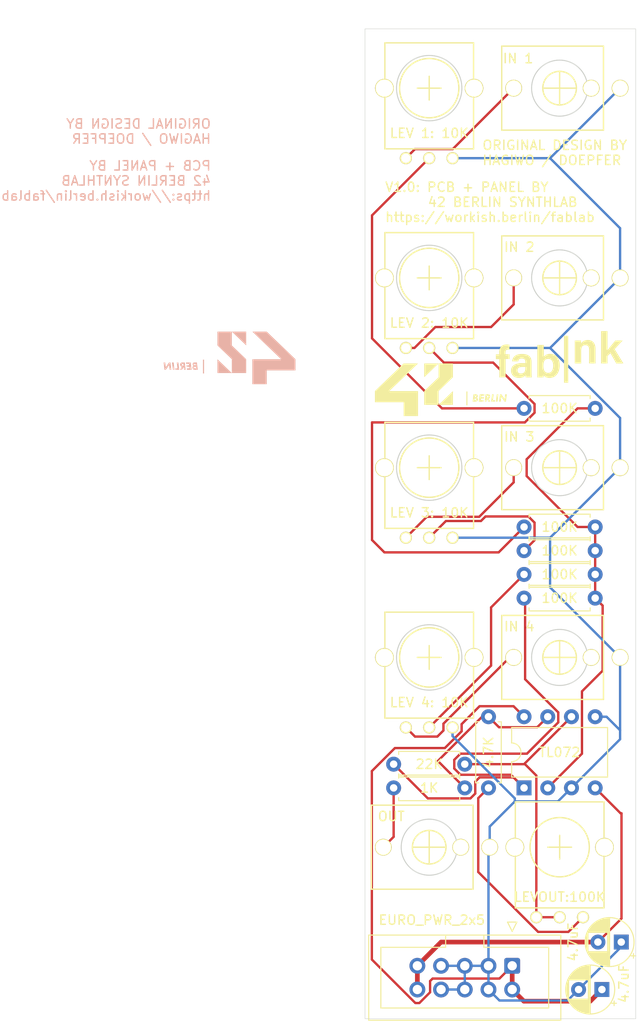
<source format=kicad_pcb>
(kicad_pcb (version 20240108) (generator "pcbnew") (generator_version "8.0")
  (layers (0 "F.Cu" signal) (31 "B.Cu" signal) (37 "F.SilkS" user "F.Silkscreen") (38 "B.Mask" user) (39 "F.Mask" user) (44 "Edge.Cuts" user))
  (net 0 "")
  (net 1 "GND")
  (net 2 "Net-(J1-PadT)")
  (net 4 "Net-(J2-PadT)")
  (net 6 "Net-(J3-PadT)")
  (net 8 "Net-(J4-PadT)")
  (net 10 "Net-(J5-PadT)")
  (net 12 "Net-(U2C-V+)")
  (net 13 "Net-(U2C-V-)")
  (net 14 "Net-(R1-Pad1)")
  (net 15 "Net-(U2A--)")
  (net 16 "Net-(R2-Pad1)")
  (net 17 "Net-(R3-Pad1)")
  (net 18 "Net-(R4-Pad1)")
  (net 19 "Net-(R5-Pad2)")
  (net 20 "Net-(U2B--)")
  (net 21 "Net-(R7-Pad1)")
  (net 22 "Net-(R7-Pad2)")
  (footprint "eurocad:PJ301M-12_T_S" (layer "F.Cu") (at 89.89 93.8 90)
    (property "Reference" "J3" (hide yes))
    (property "Value" "IN 3")
  )
  (footprint "Resistor_THT:R_Axial_DIN0207_L6.3mm_D2.5mm_P7.62mm_Horizontal" (layer "F.Cu") (at 93.7 107.77 180)
    (property "Reference" "R5" (hide yes))
    (property "Value" "100K")
  )
  (footprint "Resistor_THT:R_Axial_DIN0207_L6.3mm_D2.5mm_P7.62mm_Horizontal" (layer "F.Cu") (at 82.27 128.09 90)
    (property "Reference" "R7" (hide yes))
    (property "Value" "4.7K")
  )
  (footprint "eurocad:PJ301M-12_T_S" (layer "F.Cu") (at 75.92 134.44 90)
    (property "Reference" "J5" (hide yes))
    (property "Value" "OUT")
  )
  (footprint "eurocad:Alpha9mmPot" (layer "F.Cu") (at 75.92 114.12)
    (property "Reference" "RV4" (hide yes))
    (property "Value" "LEV 4: 10K")
  )
  (footprint "Resistor_THT:R_Axial_DIN0207_L6.3mm_D2.5mm_P7.62mm_Horizontal" (layer "F.Cu") (at 86.08 105.23)
    (property "Reference" "R4" (hide yes))
    (property "Value" "100K")
  )
  (footprint "Capacitor_THT:CP_Radial_D5.0mm_P2.50mm" (layer "F.Cu") (at 96.494 144.6 180)
    (property "Reference" "C2" (hide yes))
    (property "Value" "4.7uF")
  )
  (footprint "Package_DIP:DIP-8_W7.62mm" (layer "F.Cu") (at 86.08 128.09 90)
    (property "Reference" "U2" (hide yes))
    (property "Value" "TL072")
  )
  (footprint "Connector_IDC:IDC-Header_2x05_P2.54mm_Vertical" (layer "F.Cu") (at 84.81 147.14 -90)
    (property "Reference" "J6" (hide yes))
    (property "Value" "EURO_PWR_2x5")
  )
  (footprint "eurocad:Alpha9mmPot" (layer "F.Cu") (at 89.897034 134.44)
    (property "Reference" "RV5" (hide yes))
    (property "Value" "LEVOUT:100K")
  )
  (footprint "Resistor_THT:R_Axial_DIN0207_L6.3mm_D2.5mm_P7.62mm_Horizontal" (layer "F.Cu") (at 86.08 87.45)
    (property "Reference" "R1" (hide yes))
    (property "Value" "100K")
  )
  (footprint "eurocad:Alpha9mmPot" (layer "F.Cu") (at 75.92 53.16)
    (property "Reference" "RV1" (hide yes))
    (property "Value" "LEV 1: 10K")
  )
  (footprint "Capacitor_THT:CP_Radial_D5.0mm_P2.50mm" (layer "F.Cu") (at 94.422 149.68 180)
    (property "Reference" "C1" (hide yes))
    (property "Value" "4.7uF")
  )
  (footprint "Resistor_THT:R_Axial_DIN0207_L6.3mm_D2.5mm_P7.62mm_Horizontal" (layer "F.Cu") (at 86.08 102.69)
    (property "Reference" "R3" (hide yes))
    (property "Value" "100K")
  )
  (footprint "eurocad:PJ301M-12_T_S" (layer "F.Cu") (at 89.89 73.48 90)
    (property "Reference" "J2" (hide yes))
    (property "Value" "IN 2")
  )
  (footprint "Resistor_THT:R_Axial_DIN0207_L6.3mm_D2.5mm_P7.62mm_Horizontal" (layer "F.Cu") (at 72.11 125.55)
    (property "Reference" "R6" (hide yes))
    (property "Value" "22K")
  )
  (footprint "eurocad:Alpha9mmPot" (layer "F.Cu") (at 75.92 93.8)
    (property "Reference" "RV3" (hide yes))
    (property "Value" "LEV 3: 10K")
  )
  (footprint "Resistor_THT:R_Axial_DIN0207_L6.3mm_D2.5mm_P7.62mm_Horizontal" (layer "F.Cu") (at 79.73 128.09 180)
    (property "Reference" "R8" (hide yes))
    (property "Value" "1K")
  )
  (footprint "eurocad:PJ301M-12_T_S" (layer "F.Cu") (at 89.89 114.12 90)
    (property "Reference" "J4" (hide yes))
    (property "Value" "IN 4")
  )
  (footprint "eurocad:PJ301M-12_T_S" (layer "F.Cu") (at 89.89 53.16 90)
    (property "Reference" "J1" (hide yes))
    (property "Value" "IN 1")
  )
  (footprint "eurocad:Alpha9mmPot" (layer "F.Cu") (at 75.92 73.48)
    (property "Reference" "RV2" (hide yes))
    (property "Value" "LEV 2: 10K")
  )
  (footprint "Resistor_THT:R_Axial_DIN0207_L6.3mm_D2.5mm_P7.62mm_Horizontal" (layer "F.Cu") (at 86.08 100.15)
    (property "Reference" "R2" (hide yes))
    (property "Value" "100K")
  )
  (gr_poly (pts (xy 60.054224 82.18843) (xy 56.973784 82.18843) (xy 56.973784 84.865351) (xy 58.514 84.865351) (xy 58.514 83.386) (xy 61.593718 83.386) (xy 61.593718 82.18843) (xy 58.514 79.229726) (xy 56.973784 79.229726)) (fill solid) (layer "B.SilkS"))
  (gr_poly (pts (xy 50.773449 82.531579) (xy 50.7631 82.532091) (xy 50.752522 82.532901) (xy 50.741769 82.534065) (xy 50.730895 82.535636) (xy 50.719956 82.537669) (xy 50.709005 82.540218) (xy 50.698097 82.543338) (xy 50.687285 82.547082) (xy 50.676626 82.551504) (xy 50.666172 82.55666) (xy 50.65598 82.562604) (xy 50.646101 82.569389) (xy 50.641297 82.573114) (xy 50.636593 82.57707) (xy 50.631994 82.581263) (xy 50.627507 82.585701) (xy 50.622527 82.591087) (xy 50.617691 82.596895) (xy 50.613025 82.603123) (xy 50.608553 82.609767) (xy 50.604298 82.616824) (xy 50.600287 82.62429) (xy 50.596542 82.632163) (xy 50.593088 82.640439) (xy 50.589949 82.649116) (xy 50.58715 82.658189) (xy 50.584715 82.667656) (xy 50.582668 82.677513) (xy 50.581034 82.687758) (xy 50.579837 82.698386) (xy 50.5791 82.709395) (xy 50.578849 82.720782) (xy 50.578993 82.730186) (xy 50.579422 82.739339) (xy 50.580133 82.748246) (xy 50.581124 82.75691) (xy 50.582391 82.765336) (xy 50.583931 82.773528) (xy 50.585741 82.781491) (xy 50.587819 82.789228) (xy 50.590161 82.796743) (xy 50.592764 82.804042) (xy 50.595625 82.811128) (xy 50.598741 82.818005) (xy 50.602109 82.824677) (xy 50.605726 82.83115) (xy 50.609589 82.837426) (xy 50.613696 82.843511) (xy 50.618374 82.849966) (xy 50.623145 82.855992) (xy 50.627996 82.861606) (xy 50.632915 82.866822) (xy 50.637891 82.871654) (xy 50.642911 82.876119) (xy 50.647963 82.88023) (xy 50.653035 82.884002) (xy 50.658117 82.887451) (xy 50.663194 82.890592) (xy 50.668256 82.893439) (xy 50.67329 82.896007) (xy 50.678285 82.898311) (xy 50.683228 82.900366) (xy 50.688108 82.902187) (xy 50.692913 82.903789) (xy 50.685813 82.905668) (xy 50.678951 82.907755) (xy 50.672325 82.910035) (xy 50.665934 82.912495) (xy 50.659777 82.915121) (xy 50.653852 82.917899) (xy 50.64816 82.920815) (xy 50.642698 82.923855) (xy 50.637466 82.927007) (xy 50.632462 82.930255) (xy 50.627687 82.933586) (xy 50.623138 82.936986) (xy 50.618814 82.940441) (xy 50.614716 82.943938) (xy 50.61084 82.947462) (xy 50.607187 82.951001) (xy 50.600885 82.957709) (xy 50.595066 82.964501) (xy 50.589721 82.97139) (xy 50.584838 82.978392) (xy 50.580408 82.985522) (xy 50.576419 82.992795) (xy 50.572861 83.000224) (xy 50.569723 83.007826) (xy 50.566993 83.015616) (xy 50.564663 83.023607) (xy 50.562721 83.031816) (xy 50.561155 83.040256) (xy 50.559956 83.048944) (xy 50.559113 83.057893) (xy 50.558615 83.067118) (xy 50.558452 83.076636) (xy 50.55881 83.091956) (xy 50.559853 83.106605) (xy 50.561534 83.120589) (xy 50.563803 83.133918) (xy 50.566613 83.1466) (xy 50.569916 83.158644) (xy 50.573664 83.170058) (xy 50.577809 83.180851) (xy 50.582302 83.191031) (xy 50.587097 83.200607) (xy 50.592144 83.209587) (xy 50.597395 83.217979) (xy 50.602804 83.225793) (xy 50.608321 83.233037) (xy 50.613899 83.239719) (xy 50.61949 83.245847) (xy 50.62516 83.251555) (xy 50.63099 83.256973) (xy 50.636972 83.262106) (xy 50.643099 83.266963) (xy 50.655765 83.275878) (xy 50.668931 83.283773) (xy 50.682545 83.290706) (xy 50.696551 83.296735) (xy 50.710896 83.301918) (xy 50.725524 83.30631) (xy 50.740383 83.309971) (xy 50.755417 83.312958) (xy 50.770572 83.315327) (xy 50.785794 83.317137) (xy 50.801028 83.318444) (xy 50.816221 83.319307) (xy 50.831317 83.319782) (xy 50.846264 83.319928) (xy 51.12614 83.319928) (xy 51.10948 83.177585) (xy 50.93572 83.177585) (xy 50.872458 83.177585) (xy 50.859333 83.177378) (xy 50.844846 83.176608) (xy 50.837263 83.175944) (xy 50.829544 83.175056) (xy 50.821756 83.173917) (xy 50.813968 83.1725) (xy 50.806248 83.170776) (xy 50.798664 83.168718) (xy 50.791284 83.166299) (xy 50.784176 83.16349) (xy 50.777408 83.160265) (xy 50.771048 83.156595) (xy 50.768042 83.154585) (xy 50.765164 83.152453) (xy 50.762422 83.150196) (xy 50.759824 83.147811) (xy 50.757848 83.145885) (xy 50.755751 83.143641) (xy 50.753568 83.141067) (xy 50.751334 83.138152) (xy 50.749082 83.134884) (xy 50.746846 83.131251) (xy 50.744661 83.127241) (xy 50.743598 83.125092) (xy 50.742561 83.122844) (xy 50.741553 83.120496) (xy 50.74058 83.118046) (xy 50.739644 83.115493) (xy 50.738752 83.112837) (xy 50.737906 83.110074) (xy 50.737111 83.107204) (xy 50.736372 83.104225) (xy 50.735692 83.101136) (xy 50.735077 83.097935) (xy 50.734529 83.094621) (xy 50.734054 83.091192) (xy 50.733656 83.087647) (xy 50.733339 83.083985) (xy 50.733107 83.080204) (xy 50.732965 83.076302) (xy 50.732917 83.072278) (xy 50.732962 83.069057) (xy 50.733106 83.06567) (xy 50.733363 83.062141) (xy 50.733748 83.058492) (xy 50.734272 83.054745) (xy 50.734951 83.050922) (xy 50.735797 83.047046) (xy 50.736826 83.043139) (xy 50.738049 83.039224) (xy 50.739482 83.035322) (xy 50.741137 83.031457) (xy 50.743029 83.02765) (xy 50.745172 83.023923) (xy 50.747578 83.0203) (xy 50.750262 83.016803) (xy 50.753237 83.013453) (xy 50.755637 83.011074) (xy 50.758187 83.008834) (xy 50.760875 83.006732) (xy 50.763689 83.00476) (xy 50.766616 83.002917) (xy 50.769646 83.001197) (xy 50.775965 82.998111) (xy 50.782551 82.995466) (xy 50.78931 82.993231) (xy 50.796146 82.99137) (xy 50.802965 82.989849) (xy 50.809672 82.988635) (xy 50.816174 82.987693) (xy 50.822374 82.986989) (xy 50.828179 82.98649) (xy 50.838223 82.985968) (xy 50.845549 82.985855) (xy 50.913177 82.985855) (xy 50.93572 83.177585) (xy 51.10948 83.177585) (xy 51.071314 82.851504) (xy 50.897937 82.851504) (xy 50.862298 82.851504) (xy 50.850908 82.851297) (xy 50.844899 82.850997) (xy 50.838731 82.850528) (xy 50.832443 82.849863) (xy 50.826074 82.848975) (xy 50.819662 82.847836) (xy 50.813244 82.846418) (xy 50.80686 82.844694) (xy 50.800548 82.842636) (xy 50.794346 82.840216) (xy 50.788293 82.837407) (xy 50.782427 82.83418) (xy 50.776786 82.83051) (xy 50.771409 82.826366) (xy 50.768831 82.824109) (xy 50.766333 82.821723) (xy 50.763279 82.818459) (xy 50.760399 82.814943) (xy 50.757697 82.811194) (xy 50.755175 82.807234) (xy 50.752837 82.803083) (xy 50.750685 82.79876) (xy 50.748724 82.794286) (xy 50.746956 82.789681) (xy 50.745384 82.784966) (xy 50.744011 82.78016) (xy 50.742841 82.775283) (xy 50.741877 82.770357) (xy 50.741121 82.765401) (xy 50.740578 82.760435) (xy 50.740249 82.75548) (xy 50.740139 82.750555) (xy 50.740297 82.744732) (xy 50.740753 82.73924) (xy 50.741481 82.734069) (xy 50.742457 82.729209) (xy 50.743655 82.724652) (xy 50.745049 82.720388) (xy 50.746614 82.716406) (xy 50.748325 82.712698) (xy 50.750156 82.709254) (xy 50.752081 82.706064) (xy 50.754075 82.703119) (xy 50.756113 82.700409) (xy 50.758169 82.697925) (xy 50.760218 82.695657) (xy 50.762233 82.693595) (xy 50.764191 82.69173) (xy 50.766191 82.690078) (xy 50.768243 82.688525) (xy 50.770346 82.687069) (xy 50.772497 82.685705) (xy 50.776931 82.683244) (xy 50.781523 82.681118) (xy 50.786253 82.679303) (xy 50.791098 82.677775) (xy 50.796038 82.676508) (xy 50.80105 82.675478) (xy 50.806114 82.674662) (xy 50.811207 82.674033) (xy 50.816308 82.673569) (xy 50.821396 82.673244) (xy 50.831446 82.672913) (xy 50.841185 82.672847) (xy 50.877538 82.672847) (xy 50.897937 82.851504) (xy 51.071314 82.851504) (xy 51.033828 82.531234) (xy 50.793242 82.531234)) (fill solid) (layer "B.SilkS"))
  (gr_poly (pts (xy 53.234102 83.667813) (xy 54.774287 83.667813) (xy 53.234102 82.188461)) (fill solid) (layer "B.SilkS"))
  (gr_poly (pts (xy 49.469661 82.531671) (xy 49.456279 82.532325) (xy 49.442974 82.533366) (xy 49.429765 82.534867) (xy 49.416673 82.5369) (xy 49.403719 82.539537) (xy 49.390924 82.542851) (xy 49.378306 82.546913) (xy 49.365888 82.551797) (xy 49.353689 82.557575) (xy 49.341731 82.564319) (xy 49.330033 82.572101) (xy 49.318615 82.580994) (xy 49.307499 82.59107) (xy 49.296705 82.602402) (xy 49.291784 82.607978) (xy 49.286872 82.614093) (xy 49.282012 82.62076) (xy 49.277246 82.627989) (xy 49.272617 82.635793) (xy 49.268167 82.644184) (xy 49.263938 82.653172) (xy 49.259975 82.66277) (xy 49.256318 82.672988) (xy 49.25301 82.68384) (xy 49.250095 82.695337) (xy 49.247614 82.70749) (xy 49.245611 82.720311) (xy 49.244127 82.733811) (xy 49.243206 82.748003) (xy 49.242969 82.755362) (xy 49.242889 82.762898) (xy 49.243176 82.776736) (xy 49.244026 82.790193) (xy 49.245419 82.803266) (xy 49.247338 82.815948) (xy 49.249764 82.828234) (xy 49.25268 82.840119) (xy 49.256066 82.851598) (xy 49.259905 82.862666) (xy 49.264178 82.873316) (xy 49.268868 82.883544) (xy 49.273955 82.893344) (xy 49.279422 82.902711) (xy 49.285251 82.91164) (xy 49.291422 82.920126) (xy 49.297919 82.928162) (xy 49.304721 82.935745) (xy 49.310995 82.941881) (xy 49.317536 82.947755) (xy 49.324322 82.953364) (xy 49.331331 82.958702) (xy 49.338541 82.963763) (xy 49.345928 82.968542) (xy 49.353472 82.973033) (xy 49.361148 82.977232) (xy 49.368935 82.981134) (xy 49.37681 82.984732) (xy 49.384751 82.988022) (xy 49.392736 82.990998) (xy 49.400741 82.993654) (xy 49.408745 82.995987) (xy 49.416725 82.99799) (xy 49.424658 82.999658) (xy 49.230587 83.319928) (xy 49.433389 83.319928) (xy 49.615078 83.009096) (xy 49.651433 83.319928) (xy 49.825104 83.319928) (xy 49.774697 82.889263) (xy 49.601268 82.889263) (xy 49.558404 82.889263) (xy 49.547146 82.889059) (xy 49.541103 82.888765) (xy 49.534836 82.88831) (xy 49.528386 82.887668) (xy 49.521791 82.886813) (xy 49.515092 82.88572) (xy 49.508329 82.884363) (xy 49.50154 82.882716) (xy 49.494766 82.880755) (xy 49.488045 82.878453) (xy 49.481419 82.875785) (xy 49.474926 82.872725) (xy 49.468607 82.869249) (xy 49.4625 82.865329) (xy 49.456645 82.860942) (xy 49.453846 82.8586) (xy 49.451176 82.856204) (xy 49.448633 82.853756) (xy 49.446214 82.851259) (xy 49.443917 82.848714) (xy 49.441738 82.846124) (xy 49.437726 82.840811) (xy 49.434158 82.835337) (xy 49.431011 82.829716) (xy 49.428265 82.823963) (xy 49.425899 82.818094) (xy 49.42389 82.812122) (xy 49.422219 82.806062) (xy 49.420863 82.799931) (xy 49.419801 82.793742) (xy 49.419012 82.78751) (xy 49.418475 82.781251) (xy 49.418168 82.774979) (xy 49.418071 82.768708) (xy 49.418144 82.763998) (xy 49.418382 82.759145) (xy 49.418813 82.754177) (xy 49.419464 82.749123) (xy 49.420363 82.744009) (xy 49.421536 82.738862) (xy 49.423011 82.733712) (xy 49.424817 82.728585) (xy 49.426979 82.72351) (xy 49.429526 82.718512) (xy 49.432485 82.713622) (xy 49.434128 82.711225) (xy 49.435884 82.708865) (xy 49.437757 82.706545) (xy 49.43975 82.70427) (xy 49.441866 82.702041) (xy 49.44411 82.699864) (xy 49.446484 82.69774) (xy 49.448992 82.695675) (xy 49.451637 82.69367) (xy 49.454423 82.69173) (xy 49.458768 82.689004) (xy 49.463346 82.686539) (xy 49.468151 82.684323) (xy 49.473179 82.682344) (xy 49.478425 82.68059) (xy 49.483882 82.679051) (xy 49.489546 82.677714) (xy 49.495411 82.676568) (xy 49.501472 82.6756) (xy 49.507725 82.674799) (xy 49.514163 82.674154) (xy 49.520783 82.673652) (xy 49.527577 82.673282) (xy 49.534542 82.673033) (xy 49.54896 82.672847) (xy 49.575073 82.672847) (xy 49.601268 82.889263) (xy 49.774697 82.889263) (xy 49.732791 82.531234) (xy 49.496571 82.531234)) (fill solid) (layer "B.SilkS"))
  (gr_poly (pts (xy 53.234023 80.709078) (xy 54.774239 82.18843) (xy 54.774239 83.667781) (xy 56.313733 83.667781) (xy 56.313733 82.18843) (xy 54.774239 80.709078) (xy 54.774239 79.229726) (xy 53.234023 79.229726)) (fill solid) (layer "B.SilkS"))
  (gr_poly (pts (xy 47.699681 83.043957) (xy 47.638641 82.531234) (xy 47.464969 82.531234) (xy 47.557282 83.319928) (xy 47.708411 83.319928) (xy 48.057344 82.8043) (xy 48.116955 83.319928) (xy 48.290627 83.319928) (xy 48.196885 82.531234) (xy 48.045676 82.531234)) (fill solid) (layer "B.SilkS"))
  (gr_poly (pts (xy 56.313733 80.709078) (xy 56.313733 79.229726) (xy 54.774239 79.229726)) (fill solid) (layer "B.SilkS"))
  (gr_poly (pts (xy 48.949281 83.165964) (xy 48.71449 83.165964) (xy 48.732666 83.319198) (xy 49.14113 83.319198) (xy 49.048104 82.531234) (xy 48.87435 82.531234)) (fill solid) (layer "B.SilkS"))
  (gr_poly (pts (xy 48.458585 83.319198) (xy 48.632336 83.319198) (xy 48.540024 82.531234) (xy 48.366272 82.531234)) (fill solid) (layer "B.SilkS"))
  (gr_poly (pts (xy 49.886144 82.684468) (xy 50.179118 82.684468) (xy 50.200945 82.836979) (xy 49.918133 82.836979) (xy 49.93996 82.990942) (xy 50.221979 82.990942) (xy 50.245951 83.165964) (xy 49.947977 83.165964) (xy 49.969011 83.319928) (xy 50.469154 83.319928) (xy 50.359378 82.531234) (xy 49.864396 82.531234)) (fill solid) (layer "B.SilkS"))
  (gr_poly (pts (xy 51.682162 83.714985) (xy 51.799876 83.714985) (xy 51.799876 82.230554) (xy 51.682162 82.230554)) (fill solid) (layer "B.SilkS"))
  (gr_poly (pts (xy 82.748437 86.575534) (xy 82.983228 86.575534) (xy 82.965052 86.728768) (xy 82.556588 86.728768) (xy 82.649614 85.940804) (xy 82.823368 85.940804)) (fill solid) (layer "F.SilkS"))
  (gr_poly (pts (xy 95.019813 81.227083) (xy 95.09526 81.126831) (xy 95.18187 81.015417) (xy 95.278402 80.89408) (xy 95.383615 80.764062) (xy 95.615126 80.482943) (xy 95.86648 80.181979) (xy 96.647 80.181979) (xy 95.787105 81.108021) (xy 96.726376 82.642604) (xy 95.959084 82.642604) (xy 95.337313 81.544584) (xy 95.019813 81.848855) (xy 95.019813 82.642604) (xy 94.331897 82.642604) (xy 94.331897 79.176563) (xy 95.019813 79.176563)) (fill solid) (layer "F.SilkS"))
  (gr_poly (pts (xy 90.812938 84.706354) (xy 90.363147 84.706354) (xy 90.363147 79.679271) (xy 90.812938 79.679271)) (fill solid) (layer "F.SilkS"))
  (gr_poly (pts (xy 80.924269 85.941149) (xy 80.934618 85.941661) (xy 80.945196 85.942471) (xy 80.955949 85.943635) (xy 80.966823 85.945206) (xy 80.977762 85.947239) (xy 80.988713 85.949788) (xy 80.999621 85.952908) (xy 81.010433 85.956652) (xy 81.021092 85.961074) (xy 81.031546 85.96623) (xy 81.041738 85.972174) (xy 81.051617 85.978959) (xy 81.056421 85.982684) (xy 81.061125 85.98664) (xy 81.065724 85.990833) (xy 81.070211 85.995271) (xy 81.075191 86.000657) (xy 81.080027 86.006465) (xy 81.084693 86.012693) (xy 81.089165 86.019337) (xy 81.09342 86.026394) (xy 81.097431 86.03386) (xy 81.101176 86.041733) (xy 81.10463 86.050009) (xy 81.107769 86.058686) (xy 81.110568 86.067759) (xy 81.113003 86.077226) (xy 81.11505 86.087083) (xy 81.116684 86.097328) (xy 81.117881 86.107956) (xy 81.118618 86.118965) (xy 81.118869 86.130352) (xy 81.118725 86.139756) (xy 81.118296 86.148909) (xy 81.117585 86.157816) (xy 81.116594 86.16648) (xy 81.115327 86.174906) (xy 81.113787 86.183098) (xy 81.111977 86.191061) (xy 81.109899 86.198798) (xy 81.107557 86.206313) (xy 81.104954 86.213612) (xy 81.102093 86.220698) (xy 81.098977 86.227575) (xy 81.095609 86.234247) (xy 81.091992 86.24072) (xy 81.088129 86.246996) (xy 81.084022 86.253081) (xy 81.079344 86.259536) (xy 81.074573 86.265562) (xy 81.069722 86.271176) (xy 81.064803 86.276392) (xy 81.059827 86.281224) (xy 81.054807 86.285689) (xy 81.049755 86.2898) (xy 81.044683 86.293572) (xy 81.039601 86.297021) (xy 81.034524 86.300162) (xy 81.029462 86.303009) (xy 81.024428 86.305577) (xy 81.019433 86.307881) (xy 81.01449 86.309936) (xy 81.00961 86.311757) (xy 81.004805 86.313359) (xy 81.011905 86.315238) (xy 81.018767 86.317325) (xy 81.025393 86.319605) (xy 81.031784 86.322065) (xy 81.037941 86.324691) (xy 81.043866 86.327469) (xy 81.049558 86.330385) (xy 81.05502 86.333425) (xy 81.060252 86.336577) (xy 81.065256 86.339825) (xy 81.070031 86.343156) (xy 81.07458 86.346556) (xy 81.078904 86.350011) (xy 81.083002 86.353508) (xy 81.086878 86.357032) (xy 81.090531 86.360571) (xy 81.096833 86.367279) (xy 81.102652 86.374071) (xy 81.107997 86.38096) (xy 81.11288 86.387962) (xy 81.11731 86.395092) (xy 81.121299 86.402365) (xy 81.124857 86.409794) (xy 81.127995 86.417396) (xy 81.130725 86.425186) (xy 81.133055 86.433177) (xy 81.134997 86.441386) (xy 81.136563 86.449826) (xy 81.137762 86.458514) (xy 81.138605 86.467463) (xy 81.139103 86.476688) (xy 81.139266 86.486206) (xy 81.138908 86.501526) (xy 81.137865 86.516175) (xy 81.136184 86.530159) (xy 81.133915 86.543488) (xy 81.131105 86.55617) (xy 81.127802 86.568214) (xy 81.124054 86.579628) (xy 81.119909 86.590421) (xy 81.115416 86.600601) (xy 81.110621 86.610177) (xy 81.105574 86.619157) (xy 81.100323 86.627549) (xy 81.094914 86.635363) (xy 81.089397 86.642607) (xy 81.083819 86.649289) (xy 81.078228 86.655417) (xy 81.072558 86.661125) (xy 81.066728 86.666543) (xy 81.060746 86.671676) (xy 81.054619 86.676533) (xy 81.041953 86.685448) (xy 81.028787 86.693343) (xy 81.015173 86.700276) (xy 81.001167 86.706305) (xy 80.986822 86.711488) (xy 80.972194 86.71588) (xy 80.957335 86.719541) (xy 80.942301 86.722528) (xy 80.927146 86.724897) (xy 80.911924 86.726707) (xy 80.89669 86.728014) (xy 80.881497 86.728877) (xy 80.866401 86.729352) (xy 80.851454 86.729498) (xy 80.571578 86.729498) (xy 80.588238 86.587155) (xy 80.761998 86.587155) (xy 80.82526 86.587155) (xy 80.838385 86.586948) (xy 80.852872 86.586178) (xy 80.860455 86.585514) (xy 80.868174 86.584626) (xy 80.875962 86.583487) (xy 80.88375 86.58207) (xy 80.89147 86.580346) (xy 80.899054 86.578288) (xy 80.906434 86.575869) (xy 80.913542 86.57306) (xy 80.92031 86.569835) (xy 80.92667 86.566165) (xy 80.929676 86.564155) (xy 80.932554 86.562023) (xy 80.935296 86.559766) (xy 80.937894 86.557381) (xy 80.93987 86.555455) (xy 80.941967 86.553211) (xy 80.94415 86.550637) (xy 80.946384 86.547722) (xy 80.948636 86.544454) (xy 80.950872 86.540821) (xy 80.953057 86.536811) (xy 80.95412 86.534662) (xy 80.955157 86.532414) (xy 80.956165 86.530066) (xy 80.957138 86.527616) (xy 80.958074 86.525063) (xy 80.958966 86.522407) (xy 80.959812 86.519644) (xy 80.960607 86.516774) (xy 80.961346 86.513795) (xy 80.962026 86.510706) (xy 80.962641 86.507505) (xy 80.963189 86.504191) (xy 80.963664 86.500762) (xy 80.964062 86.497217) (xy 80.964379 86.493555) (xy 80.964611 86.489774) (xy 80.964753 86.485872) (xy 80.964801 86.481848) (xy 80.964756 86.478627) (xy 80.964612 86.47524) (xy 80.964355 86.471711) (xy 80.96397 86.468062) (xy 80.963446 86.464315) (xy 80.962767 86.460492) (xy 80.961921 86.456616) (xy 80.960892 86.452709) (xy 80.959669 86.448794) (xy 80.958236 86.444892) (xy 80.956581 86.441027) (xy 80.954689 86.43722) (xy 80.952546 86.433493) (xy 80.95014 86.42987) (xy 80.947456 86.426373) (xy 80.944481 86.423023) (xy 80.942081 86.420644) (xy 80.939531 86.418404) (xy 80.936843 86.416302) (xy 80.934029 86.41433) (xy 80.931102 86.412487) (xy 80.928072 86.410767) (xy 80.921753 86.407681) (xy 80.915167 86.405036) (xy 80.908408 86.402801) (xy 80.901572 86.40094) (xy 80.894753 86.399419) (xy 80.888046 86.398205) (xy 80.881544 86.397263) (xy 80.875344 86.396559) (xy 80.869539 86.39606) (xy 80.859495 86.395538) (xy 80.852169 86.395425) (xy 80.784541 86.395425) (xy 80.761998 86.587155) (xy 80.588238 86.587155) (xy 80.626404 86.261074) (xy 80.799781 86.261074) (xy 80.83542 86.261074) (xy 80.84681 86.260867) (xy 80.852819 86.260567) (xy 80.858987 86.260098) (xy 80.865275 86.259433) (xy 80.871644 86.258545) (xy 80.878056 86.257406) (xy 80.884474 86.255988) (xy 80.890858 86.254264) (xy 80.89717 86.252206) (xy 80.903372 86.249786) (xy 80.909425 86.246977) (xy 80.915291 86.24375) (xy 80.920932 86.24008) (xy 80.926309 86.235936) (xy 80.928887 86.233679) (xy 80.931385 86.231293) (xy 80.934439 86.228029) (xy 80.937319 86.224513) (xy 80.940021 86.220764) (xy 80.942543 86.216804) (xy 80.944881 86.212653) (xy 80.947033 86.20833) (xy 80.948994 86.203856) (xy 80.950762 86.199251) (xy 80.952334 86.194536) (xy 80.953707 86.18973) (xy 80.954877 86.184853) (xy 80.955841 86.179927) (xy 80.956597 86.174971) (xy 80.95714 86.170005) (xy 80.957469 86.16505) (xy 80.957579 86.160125) (xy 80.957421 86.154302) (xy 80.956965 86.14881) (xy 80.956237 86.143639) (xy 80.955261 86.138779) (xy 80.954063 86.134222) (xy 80.952669 86.129958) (xy 80.951104 86.125976) (xy 80.949393 86.122268) (xy 80.947562 86.118824) (xy 80.945637 86.115634) (xy 80.943643 86.112689) (xy 80.941605 86.109979) (xy 80.939549 86.107495) (xy 80.9375 86.105227) (xy 80.935485 86.103165) (xy 80.933527 86.1013) (xy 80.931527 86.099648) (xy 80.929475 86.098095) (xy 80.927372 86.096639) (xy 80.925221 86.095275) (xy 80.920787 86.092814) (xy 80.916195 86.090688) (xy 80.911465 86.088873) (xy 80.90662 86.087345) (xy 80.90168 86.086078) (xy 80.896668 86.085048) (xy 80.891604 86.084232) (xy 80.886511 86.083603) (xy 80.88141 86.083139) (xy 80.876322 86.082814) (xy 80.866272 86.082483) (xy 80.856533 86.082417) (xy 80.82018 86.082417) (xy 80.799781 86.261074) (xy 80.626404 86.261074) (xy 80.66389 85.940804) (xy 80.904476 85.940804)) (fill solid) (layer "F.SilkS"))
  (gr_poly (pts (xy 92.961793 80.13003) (xy 93.00625 80.132929) (xy 93.049714 80.13775) (xy 93.092152 80.144488) (xy 93.133535 80.153135) (xy 93.17383 80.163683) (xy 93.213006 80.176125) (xy 93.251032 80.190454) (xy 93.287875 80.206663) (xy 93.323504 80.224745) (xy 93.357889 80.244691) (xy 93.390997 80.266496) (xy 93.422797 80.290151) (xy 93.453257 80.31565) (xy 93.482347 80.342985) (xy 93.510034 80.372149) (xy 93.536286 80.403134) (xy 93.561074 80.435933) (xy 93.584364 80.47054) (xy 93.606126 80.506947) (xy 93.626328 80.545146) (xy 93.644938 80.58513) (xy 93.661925 80.626892) (xy 93.677258 80.670425) (xy 93.690905 80.715721) (xy 93.702835 80.762774) (xy 93.713015 80.811576) (xy 93.721416 80.862119) (xy 93.728004 80.914396) (xy 93.732749 80.968401) (xy 93.735619 81.024126) (xy 93.736583 81.081563) (xy 93.736583 82.642604) (xy 93.048667 82.642604) (xy 93.048667 81.160938) (xy 93.047553 81.109807) (xy 93.044094 81.060711) (xy 93.038115 81.013825) (xy 93.029443 80.969322) (xy 93.017903 80.927376) (xy 93.011003 80.907418) (xy 93.003321 80.888164) (xy 92.994834 80.869636) (xy 92.985522 80.851858) (xy 92.975361 80.834849) (xy 92.964331 80.818633) (xy 92.95241 80.803231) (xy 92.939575 80.788664) (xy 92.925805 80.774955) (xy 92.911079 80.762125) (xy 92.895373 80.750196) (xy 92.878668 80.73919) (xy 92.86094 80.729129) (xy 92.842168 80.720034) (xy 92.82233 80.711928) (xy 92.801405 80.704832) (xy 92.77937 80.698767) (xy 92.756204 80.693757) (xy 92.731885 80.689822) (xy 92.706391 80.686984) (xy 92.679701 80.685265) (xy 92.651792 80.684688) (xy 92.623731 80.685156) (xy 92.596598 80.686577) (xy 92.57039 80.688971) (xy 92.545106 80.692362) (xy 92.520741 80.696769) (xy 92.497295 80.702216) (xy 92.474765 80.708723) (xy 92.453147 80.716314) (xy 92.432441 80.725009) (xy 92.412643 80.73483) (xy 92.39375 80.745799) (xy 92.375762 80.757939) (xy 92.358674 80.77127) (xy 92.342485 80.785815) (xy 92.327193 80.801595) (xy 92.312794 80.818633) (xy 92.299287 80.836949) (xy 92.286668 80.856567) (xy 92.274937 80.877507) (xy 92.264089 80.899791) (xy 92.254123 80.923441) (xy 92.245036 80.94848) (xy 92.236827 80.974928) (xy 92.229492 81.002808) (xy 92.223028 81.032141) (xy 92.217435 81.062949) (xy 92.212708 81.095255) (xy 92.208847 81.129079) (xy 92.205848 81.164444) (xy 92.203708 81.201371) (xy 92.202 81.28) (xy 92.202 82.642604) (xy 91.514084 82.642604) (xy 91.514084 80.181979) (xy 92.175542 80.181979) (xy 92.180477 80.211357) (xy 92.185257 80.248332) (xy 92.189727 80.290577) (xy 92.193732 80.335768) (xy 92.197116 80.381579) (xy 92.199726 80.425685) (xy 92.201405 80.46576) (xy 92.202 80.499479) (xy 92.218307 80.469158) (xy 92.237579 80.437984) (xy 92.25999 80.406345) (xy 92.285716 80.374629) (xy 92.314929 80.343223) (xy 92.330898 80.327757) (xy 92.347805 80.312514) (xy 92.365671 80.297542) (xy 92.384518 80.28289) (xy 92.404368 80.268607) (xy 92.425242 80.25474) (xy 92.447163 80.241338) (xy 92.470152 80.228449) (xy 92.494231 80.216123) (xy 92.519423 80.204407) (xy 92.545747 80.19335) (xy 92.573227 80.183) (xy 92.601885 80.173406) (xy 92.631741 80.164616) (xy 92.662819 80.156679) (xy 92.695139 80.149643) (xy 92.728723 80.143556) (xy 92.763594 80.138468) (xy 92.799772 80.134426) (xy 92.837281 80.131478) (xy 92.876141 80.129675) (xy 92.916375 80.129063)) (fill solid) (layer "F.SilkS"))
  (gr_poly (pts (xy 80.015556 87.124555) (xy 79.897842 87.124555) (xy 79.897842 85.640124) (xy 80.015556 85.640124)) (fill solid) (layer "F.SilkS"))
  (gr_poly (pts (xy 78.463695 84.118648) (xy 76.923479 85.598) (xy 76.923479 87.077351) (xy 75.383985 87.077351) (xy 75.383985 85.598) (xy 76.923479 84.118648) (xy 76.923479 82.639296) (xy 78.463695 82.639296)) (fill solid) (layer "F.SilkS"))
  (gr_poly (pts (xy 85.985675 81.627072) (xy 86.098911 81.636464) (xy 86.204861 81.652212) (xy 86.303446 81.674394) (xy 86.349953 81.687922) (xy 86.394591 81.703088) (xy 86.437348 81.7199) (xy 86.478216 81.73837) (xy 86.517185 81.758506) (xy 86.554245 81.780318) (xy 86.589386 81.803816) (xy 86.6226 81.82901) (xy 86.653875 81.855909) (xy 86.683203 81.884524) (xy 86.710574 81.914862) (xy 86.735978 81.946936) (xy 86.759405 81.980753) (xy 86.780846 82.016324) (xy 86.800291 82.053659) (xy 86.81773 82.092767) (xy 86.833154 82.133657) (xy 86.846553 82.17634) (xy 86.857916 82.220826) (xy 86.867236 82.267123) (xy 86.874501 82.315242) (xy 86.879703 82.365192) (xy 86.882831 82.416983) (xy 86.883876 82.470625) (xy 86.883876 83.502501) (xy 86.88615 83.694737) (xy 86.892144 83.889453) (xy 86.896149 83.976115) (xy 86.900619 84.049444) (xy 86.905399 84.104789) (xy 86.910334 84.137501) (xy 86.262105 84.137501) (xy 86.257144 84.114789) (xy 86.252183 84.087271) (xy 86.242261 84.023398) (xy 86.23234 83.957046) (xy 86.227379 83.926428) (xy 86.222418 83.899375) (xy 86.204228 83.926625) (xy 86.184177 83.953661) (xy 86.161956 83.980271) (xy 86.149935 83.99335) (xy 86.137255 84.006242) (xy 86.123877 84.018921) (xy 86.109763 84.03136) (xy 86.094874 84.043532) (xy 86.079171 84.055412) (xy 86.062615 84.066972) (xy 86.045168 84.078185) (xy 86.02679 84.089025) (xy 86.007444 84.099466) (xy 85.98709 84.10948) (xy 85.965689 84.119042) (xy 85.943204 84.128123) (xy 85.919594 84.136699) (xy 85.894822 84.144741) (xy 85.868848 84.152224) (xy 85.841634 84.159121) (xy 85.81314 84.165405) (xy 85.78333 84.171049) (xy 85.752162 84.176028) (xy 85.7196 84.180313) (xy 85.685603 84.183879) (xy 85.650134 84.186699) (xy 85.613153 84.188747) (xy 85.574622 84.189994) (xy 85.534501 84.190416) (xy 85.479696 84.189304) (xy 85.426888 84.186014) (xy 85.376063 84.180617) (xy 85.327201 84.173182) (xy 85.280288 84.163781) (xy 85.235304 84.152483) (xy 85.192235 84.139358) (xy 85.151062 84.124477) (xy 85.111769 84.10791) (xy 85.074339 84.089728) (xy 85.038754 84.07) (xy 85.004999 84.048797) (xy 84.973055 84.026189) (xy 84.942906 84.002246) (xy 84.914535 83.977039) (xy 84.887926 83.950638) (xy 84.86306 83.923112) (xy 84.839922 83.894533) (xy 84.818493 83.86497) (xy 84.798758 83.834495) (xy 84.780699 83.803176) (xy 84.7643 83.771084) (xy 84.749542 83.738291) (xy 84.736411 83.704864) (xy 84.714955 83.636396) (xy 84.699798 83.566242) (xy 84.690803 83.494964) (xy 84.687835 83.423124) (xy 84.688851 83.383437) (xy 85.375751 83.383437) (xy 85.377001 83.415493) (xy 85.380789 83.447025) (xy 85.383654 83.462529) (xy 85.387174 83.477821) (xy 85.391359 83.492876) (xy 85.396215 83.507668) (xy 85.401748 83.522168) (xy 85.407968 83.536351) (xy 85.41488 83.550191) (xy 85.422492 83.563659) (xy 85.430811 83.57673) (xy 85.439846 83.589378) (xy 85.449602 83.601575) (xy 85.460087 83.613294) (xy 85.471308 83.62451) (xy 85.483273 83.635195) (xy 85.495989 83.645324) (xy 85.509463 83.654868) (xy 85.523703 83.663802) (xy 85.538715 83.672099) (xy 85.554508 83.679732) (xy 85.571088 83.686675) (xy 85.588462 83.692901) (xy 85.606638 83.698383) (xy 85.625623 83.703095) (xy 85.645424 83.707009) (xy 85.666049 83.710101) (xy 85.687505 83.712342) (xy 85.709799 83.713706) (xy 85.732938 83.714167) (xy 85.772752 83.713284) (xy 85.810379 83.710672) (xy 85.845878 83.706384) (xy 85.879312 83.700472) (xy 85.91074 83.692991) (xy 85.940222 83.683994) (xy 85.96782 83.673533) (xy 85.993594 83.661663) (xy 86.017605 83.648436) (xy 86.039912 83.633906) (xy 86.060578 83.618127) (xy 86.079661 83.60115) (xy 86.097224 83.58303) (xy 86.113325 83.56382) (xy 86.128027 83.543574) (xy 86.141389 83.522343) (xy 86.153472 83.500183) (xy 86.164336 83.477146) (xy 86.174043 83.453285) (xy 86.182652 83.428654) (xy 86.190225 83.403306) (xy 86.196821 83.377294) (xy 86.207328 83.323492) (xy 86.214656 83.267675) (xy 86.219291 83.210269) (xy 86.221716 83.151701) (xy 86.222417 83.092396) (xy 86.222417 83.01302) (xy 85.944605 83.01302) (xy 85.870633 83.014564) (xy 85.802417 83.01917) (xy 85.739821 83.026799) (xy 85.682709 83.037412) (xy 85.630945 83.050971) (xy 85.584394 83.067436) (xy 85.563031 83.076747) (xy 85.542921 83.08677) (xy 85.524046 83.0975) (xy 85.506389 83.108932) (xy 85.489933 83.121063) (xy 85.474663 83.133886) (xy 85.460559 83.147397) (xy 85.447607 83.161591) (xy 85.435788 83.176463) (xy 85.425086 83.192009) (xy 85.415483 83.208223) (xy 85.406963 83.225101) (xy 85.399509 83.242638) (xy 85.393104 83.260829) (xy 85.387731 83.279669) (xy 85.383373 83.299153) (xy 85.377634 83.340036) (xy 85.375751 83.383437) (xy 84.688851 83.383437) (xy 84.689147 83.371886) (xy 84.693064 83.322349) (xy 84.699553 83.274507) (xy 84.708583 83.228356) (xy 84.720122 83.183891) (xy 84.73414 83.141107) (xy 84.750604 83.099999) (xy 84.769483 83.060562) (xy 84.790746 83.022793) (xy 84.814361 82.986684) (xy 84.840297 82.952233) (xy 84.868521 82.919434) (xy 84.899003 82.888282) (xy 84.931712 82.858772) (xy 84.966615 82.8309) (xy 85.003681 82.804661) (xy 85.042879 82.780049) (xy 85.084177 82.75706) (xy 85.127543 82.73569) (xy 85.172947 82.715932) (xy 85.220357 82.697783) (xy 85.26974 82.681238) (xy 85.321067 82.666291) (xy 85.374304 82.652939) (xy 85.429422 82.641175) (xy 85.486387 82.630995) (xy 85.545169 82.622395) (xy 85.605737 82.61537) (xy 85.668058 82.609914) (xy 85.732102 82.606023) (xy 85.86523 82.602916) (xy 86.222417 82.602916) (xy 86.222417 82.457395) (xy 86.221597 82.425191) (xy 86.218955 82.393239) (xy 86.21422 82.361791) (xy 86.207121 82.331098) (xy 86.2026 82.316114) (xy 86.197387 82.301413) (xy 86.191446 82.287027) (xy 86.184745 82.272988) (xy 86.17725 82.259326) (xy 86.168926 82.246074) (xy 86.159739 82.233263) (xy 86.149657 82.220924) (xy 86.138644 82.209089) (xy 86.126667 82.197789) (xy 86.113693 82.187056) (xy 86.099686 82.176922) (xy 86.084613 82.167417) (xy 86.068441 82.158573) (xy 86.051135 82.150422) (xy 86.032662 82.142996) (xy 86.012987 82.136325) (xy 85.992076 82.130442) (xy 85.969897 82.125377) (xy 85.946414 82.121163) (xy 85.921594 82.11783) (xy 85.895403 82.115411) (xy 85.867807 82.113936) (xy 85.838772 82.113437) (xy 85.812177 82.113784) (xy 85.786937 82.114819) (xy 85.76301 82.116533) (xy 85.740354 82.118915) (xy 85.718929 82.121956) (xy 85.698693 82.125646) (xy 85.679605 82.129975) (xy 85.661625 82.134935) (xy 85.64471 82.140514) (xy 85.62882 82.146704) (xy 85.613913 82.153494) (xy 85.599949 82.160876) (xy 85.586886 82.168839) (xy 85.574683 82.177374) (xy 85.563298 82.18647) (xy 85.552691 82.196119) (xy 85.54282 82.206311) (xy 85.533645 82.217035) (xy 85.525124 82.228283) (xy 85.517215 82.240044) (xy 85.509878 82.252309) (xy 85.503072 82.265069) (xy 85.490886 82.292031) (xy 85.480328 82.320853) (xy 85.471068 82.351459) (xy 85.462777 82.383769) (xy 85.455126 82.417708) (xy 84.806897 82.417708) (xy 84.817038 82.33685) (xy 84.832838 82.25826) (xy 84.842982 82.219943) (xy 84.854685 82.182344) (xy 84.867996 82.145516) (xy 84.882965 82.10951) (xy 84.899638 82.074375) (xy 84.918066 82.040163) (xy 84.938295 82.006925) (xy 84.960376 81.974712) (xy 84.984355 81.943574) (xy 85.010282 81.913562) (xy 85.038205 81.884728) (xy 85.068173 81.857122) (xy 85.100233 81.830795) (xy 85.134435 81.805798) (xy 85.170826 81.782181) (xy 85.209456 81.759996) (xy 85.250373 81.739294) (xy 85.293624 81.720125) (xy 85.339259 81.70254) (xy 85.387326 81.68659) (xy 85.437874 81.672326) (xy 85.490951 81.659799) (xy 85.546605 81.649059) (xy 85.604884 81.640159) (xy 85.665838 81.633147) (xy 85.729515 81.628076) (xy 85.795963 81.624996) (xy 85.86523 81.623958)) (fill solid) (layer "F.SilkS"))
  (gr_poly (pts (xy 88.193563 81.928229) (xy 88.214518 81.898502) (xy 88.237798 81.869008) (xy 88.263559 81.839979) (xy 88.291955 81.811647) (xy 88.30719 81.797815) (xy 88.323142 81.784245) (xy 88.33983 81.770966) (xy 88.357274 81.758007) (xy 88.375493 81.745396) (xy 88.394507 81.733163) (xy 88.414335 81.721337) (xy 88.434996 81.709948) (xy 88.456509 81.699023) (xy 88.478895 81.688592) (xy 88.502172 81.678685) (xy 88.526359 81.66933) (xy 88.551477 81.660556) (xy 88.577545 81.652393) (xy 88.604581 81.644869) (xy 88.632606 81.638014) (xy 88.661639 81.631856) (xy 88.691698 81.626425) (xy 88.722804 81.62175) (xy 88.754976 81.61786) (xy 88.788233 81.614784) (xy 88.822595 81.61255) (xy 88.85808 81.611189) (xy 88.894709 81.610729) (xy 88.956954 81.612344) (xy 89.017185 81.617137) (xy 89.075407 81.62503) (xy 89.13162 81.635947) (xy 89.185827 81.649809) (xy 89.238031 81.666539) (xy 89.288234 81.68606) (xy 89.336439 81.708294) (xy 89.382648 81.733163) (xy 89.426863 81.76059) (xy 89.469087 81.790498) (xy 89.509323 81.822809) (xy 89.547572 81.857445) (xy 89.583837 81.894329) (xy 89.61812 81.933384) (xy 89.650425 81.974531) (xy 89.680753 82.017694) (xy 89.709107 82.062794) (xy 89.735489 82.109755) (xy 89.759902 82.158499) (xy 89.782347 82.208948) (xy 89.802828 82.261025) (xy 89.821348 82.314653) (xy 89.837907 82.369753) (xy 89.852509 82.426248) (xy 89.865157 82.484061) (xy 89.875852 82.543114) (xy 89.884597 82.60333) (xy 89.891394 82.664631) (xy 89.896247 82.72694) (xy 89.900125 82.854271) (xy 89.895794 82.982642) (xy 89.88284 83.109191) (xy 89.86132 83.233027) (xy 89.831292 83.353258) (xy 89.792816 83.468994) (xy 89.745949 83.579343) (xy 89.690749 83.683413) (xy 89.660042 83.732814) (xy 89.627274 83.780312) (xy 89.592452 83.825795) (xy 89.555583 83.869151) (xy 89.516674 83.910268) (xy 89.475733 83.949036) (xy 89.432767 83.985343) (xy 89.387783 84.019077) (xy 89.340788 84.050127) (xy 89.291791 84.078382) (xy 89.240797 84.10373) (xy 89.187814 84.12606) (xy 89.13285 84.14526) (xy 89.075912 84.161219) (xy 89.017007 84.173826) (xy 88.956143 84.182968) (xy 88.893325 84.188536) (xy 88.828563 84.190416) (xy 88.761549 84.189183) (xy 88.699243 84.185507) (xy 88.641394 84.179429) (xy 88.587751 84.170986) (xy 88.538061 84.160218) (xy 88.492072 84.147163) (xy 88.449533 84.13186) (xy 88.410191 84.114348) (xy 88.373794 84.094666) (xy 88.340092 84.072852) (xy 88.308831 84.048945) (xy 88.279759 84.022984) (xy 88.252626 83.995008) (xy 88.227179 83.965055) (xy 88.203165 83.933165) (xy 88.180334 83.899375) (xy 88.17974 83.929683) (xy 88.17806 83.960767) (xy 88.175451 83.99216) (xy 88.172066 84.023399) (xy 88.168061 84.054017) (xy 88.163591 84.08355) (xy 88.158811 84.111533) (xy 88.153875 84.137501) (xy 87.505646 84.137501) (xy 87.505646 83.330522) (xy 87.505646 82.907187) (xy 88.153875 82.907187) (xy 88.155309 82.98309) (xy 88.159766 83.056765) (xy 88.167479 83.127842) (xy 88.17868 83.195955) (xy 88.193602 83.260735) (xy 88.212477 83.321813) (xy 88.235537 83.378822) (xy 88.24871 83.405685) (xy 88.263016 83.431393) (xy 88.278485 83.455899) (xy 88.295146 83.479158) (xy 88.313028 83.501123) (xy 88.332159 83.521749) (xy 88.35257 83.540989) (xy 88.374288 83.558798) (xy 88.397344 83.575129) (xy 88.421766 83.589936) (xy 88.447583 83.603174) (xy 88.474825 83.614796) (xy 88.50352 83.624756) (xy 88.533697 83.633009) (xy 88.565386 83.639507) (xy 88.598616 83.644206) (xy 88.633415 83.647059) (xy 88.669813 83.648021) (xy 88.702757 83.647133) (xy 88.734619 83.644487) (xy 88.7654 83.640107) (xy 88.795103 83.634016) (xy 88.82373 83.62624) (xy 88.851285 83.616802) (xy 88.877768 83.605726) (xy 88.903184 83.593037) (xy 88.927534 83.578759) (xy 88.95082 83.562916) (xy 88.973045 83.545533) (xy 88.994212 83.526633) (xy 89.014323 83.506241) (xy 89.03338 83.484381) (xy 89.051385 83.461077) (xy 89.068342 83.436354) (xy 89.084252 83.410236) (xy 89.099118 83.382746) (xy 89.112943 83.35391) (xy 89.125729 83.323751) (xy 89.137477 83.292294) (xy 89.148192 83.259563) (xy 89.157874 83.225581) (xy 89.166527 83.190374) (xy 89.174153 83.153966) (xy 89.180754 83.11638) (xy 89.186333 83.077642) (xy 89.190892 83.037774) (xy 89.194434 82.996802) (xy 89.196961 82.954749) (xy 89.19898 82.8675) (xy 89.19711 82.791894) (xy 89.191461 82.71906) (xy 89.181975 82.649287) (xy 89.168594 82.582866) (xy 89.15126 82.520089) (xy 89.129914 82.461246) (xy 89.104499 82.406627) (xy 89.090247 82.380993) (xy 89.074956 82.356523) (xy 89.058619 82.333256) (xy 89.041228 82.311226) (xy 89.022776 82.29047) (xy 89.003255 82.271025) (xy 88.982659 82.252926) (xy 88.960981 82.236211) (xy 88.938212 82.220915) (xy 88.914346 82.207075) (xy 88.889375 82.194727) (xy 88.863293 82.183908) (xy 88.836091 82.174653) (xy 88.807763 82.167) (xy 88.778302 82.160984) (xy 88.747699 82.156642) (xy 88.715948 82.15401) (xy 88.683042 82.153125) (xy 88.646606 82.153861) (xy 88.611696 82.15607) (xy 88.578288 82.159752) (xy 88.546358 82.164907) (xy 88.515881 82.171535) (xy 88.486833 82.179635) (xy 88.45919 82.189208) (xy 88.432928 82.200254) (xy 88.408022 82.212772) (xy 88.384449 82.226764) (xy 88.362184 82.242228) (xy 88.341202 82.259165) (xy 88.321481 82.277575) (xy 88.302994 82.297457) (xy 88.285719 82.318813) (xy 88.269631 82.341641) (xy 88.254705 82.365941) (xy 88.240918 82.391715) (xy 88.228245 82.418962) (xy 88.216662 82.447681) (xy 88.206145 82.477873) (xy 88.19667 82.509537) (xy 88.188212 82.542675) (xy 88.180747 82.577285) (xy 88.174251 82.613368) (xy 88.1687 82.650924) (xy 88.160335 82.730454) (xy 88.155458 82.815875) (xy 88.153875 82.907187) (xy 87.505646 82.907187) (xy 87.505647 80.658229) (xy 88.193563 80.658229)) (fill solid) (layer "F.SilkS"))
  (gr_poly (pts (xy 82.228057 85.941241) (xy 82.241439 85.941895) (xy 82.254744 85.942936) (xy 82.267953 85.944437) (xy 82.281045 85.94647) (xy 82.293999 85.949107) (xy 82.306794 85.952421) (xy 82.319412 85.956483) (xy 82.33183 85.961367) (xy 82.344029 85.967145) (xy 82.355987 85.973889) (xy 82.367685 85.981671) (xy 82.379103 85.990564) (xy 82.390219 86.00064) (xy 82.401013 86.011972) (xy 82.405934 86.017548) (xy 82.410846 86.023663) (xy 82.415706 86.03033) (xy 82.420472 86.037559) (xy 82.425101 86.045363) (xy 82.429551 86.053754) (xy 82.43378 86.062742) (xy 82.437743 86.07234) (xy 82.4414 86.082558) (xy 82.444708 86.09341) (xy 82.447623 86.104907) (xy 82.450104 86.11706) (xy 82.452107 86.129881) (xy 82.453591 86.143381) (xy 82.454512 86.157573) (xy 82.454749 86.164932) (xy 82.454829 86.172468) (xy 82.454542 86.186306) (xy 82.453692 86.199763) (xy 82.452299 86.212836) (xy 82.45038 86.225518) (xy 82.447954 86.237804) (xy 82.445038 86.249689) (xy 82.441652 86.261168) (xy 82.437813 86.272236) (xy 82.43354 86.282886) (xy 82.42885 86.293114) (xy 82.423763 86.302914) (xy 82.418296 86.312281) (xy 82.412467 86.32121) (xy 82.406296 86.329696) (xy 82.399799 86.337732) (xy 82.392997 86.345315) (xy 82.386723 86.351451) (xy 82.380182 86.357325) (xy 82.373396 86.362934) (xy 82.366387 86.368272) (xy 82.359177 86.373333) (xy 82.35179 86.378112) (xy 82.344246 86.382603) (xy 82.33657 86.386802) (xy 82.328783 86.390704) (xy 82.320908 86.394302) (xy 82.312967 86.397592) (xy 82.304982 86.400568) (xy 82.296977 86.403224) (xy 82.288973 86.405557) (xy 82.280993 86.40756) (xy 82.27306 86.409228) (xy 82.467131 86.729498) (xy 82.264329 86.729498) (xy 82.08264 86.418666) (xy 82.046285 86.729498) (xy 81.872614 86.729498) (xy 81.923021 86.298833) (xy 82.09645 86.298833) (xy 82.139314 86.298833) (xy 82.150572 86.298629) (xy 82.156615 86.298335) (xy 82.162882 86.29788) (xy 82.169332 86.297238) (xy 82.175927 86.296383) (xy 82.182626 86.29529) (xy 82.189389 86.293933) (xy 82.196178 86.292286) (xy 82.202952 86.290325) (xy 82.209673 86.288023) (xy 82.216299 86.285355) (xy 82.222792 86.282295) (xy 82.229111 86.278819) (xy 82.235218 86.274899) (xy 82.241073 86.270512) (xy 82.243872 86.26817) (xy 82.246542 86.265774) (xy 82.249085 86.263326) (xy 82.251504 86.260829) (xy 82.253801 86.258284) (xy 82.25598 86.255694) (xy 82.259992 86.250381) (xy 82.26356 86.244907) (xy 82.266707 86.239286) (xy 82.269453 86.233533) (xy 82.271819 86.227664) (xy 82.273828 86.221692) (xy 82.275499 86.215632) (xy 82.276855 86.209501) (xy 82.277917 86.203312) (xy 82.278706 86.19708) (xy 82.279243 86.190821) (xy 82.27955 86.184549) (xy 82.279647 86.178278) (xy 82.279574 86.173568) (xy 82.279336 86.168715) (xy 82.278905 86.163747) (xy 82.278254 86.158693) (xy 82.277355 86.153579) (xy 82.276182 86.148432) (xy 82.274707 86.143282) (xy 82.272901 86.138155) (xy 82.270739 86.13308) (xy 82.268192 86.128082) (xy 82.265233 86.123192) (xy 82.26359 86.120795) (xy 82.261834 86.118435) (xy 82.259961 86.116115) (xy 82.257968 86.11384) (xy 82.255852 86.111611) (xy 82.253608 86.109434) (xy 82.251234 86.10731) (xy 82.248726 86.105245) (xy 82.246081 86.10324) (xy 82.243295 86.1013) (xy 82.23895 86.098574) (xy 82.234372 86.096109) (xy 82.229567 86.093893) (xy 82.224539 86.091914) (xy 82.219293 86.09016) (xy 82.213836 86.088621) (xy 82.208172 86.087284) (xy 82.202307 86.086138) (xy 82.196246 86.08517) (xy 82.189993 86.084369) (xy 82.183555 86.083724) (xy 82.176935 86.083222) (xy 82.170141 86.082852) (xy 82.163176 86.082603) (xy 82.148758 86.082417) (xy 82.122645 86.082417) (xy 82.09645 86.298833) (xy 81.923021 86.298833) (xy 81.964927 85.940804) (xy 82.201147 85.940804)) (fill solid) (layer "F.SilkS"))
  (gr_poly (pts (xy 78.463616 87.077383) (xy 76.923431 87.077383) (xy 78.463616 85.598031)) (fill solid) (layer "F.SilkS"))
  (gr_poly (pts (xy 83.239133 86.728768) (xy 83.065382 86.728768) (xy 83.157694 85.940804) (xy 83.331446 85.940804)) (fill solid) (layer "F.SilkS"))
  (gr_poly (pts (xy 71.643494 85.598) (xy 74.723934 85.598) (xy 74.723934 88.274921) (xy 73.183718 88.274921) (xy 73.183718 86.79557) (xy 70.104 86.79557) (xy 70.104 85.598) (xy 73.183718 82.639296) (xy 74.723934 82.639296)) (fill solid) (layer "F.SilkS"))
  (gr_poly (pts (xy 81.811574 86.094038) (xy 81.5186 86.094038) (xy 81.496773 86.246549) (xy 81.779585 86.246549) (xy 81.757758 86.400512) (xy 81.475739 86.400512) (xy 81.451767 86.575534) (xy 81.749741 86.575534) (xy 81.728707 86.729498) (xy 81.228564 86.729498) (xy 81.33834 85.940804) (xy 81.833322 85.940804)) (fill solid) (layer "F.SilkS"))
  (gr_poly (pts (xy 84.243469 80.605907) (xy 84.288892 80.607586) (xy 84.333696 80.610196) (xy 84.376949 80.613581) (xy 84.417722 80.617586) (xy 84.455084 80.622056) (xy 84.488105 80.626836) (xy 84.515855 80.631771) (xy 84.515855 81.174167) (xy 84.508262 81.174018) (xy 84.500378 81.173598) (xy 84.483816 81.1721) (xy 84.466323 81.169981) (xy 84.448056 81.167552) (xy 84.429168 81.165123) (xy 84.409815 81.163005) (xy 84.400013 81.162159) (xy 84.390152 81.161506) (xy 84.380253 81.161086) (xy 84.370334 81.160938) (xy 84.334513 81.161891) (xy 84.31763 81.163107) (xy 84.301424 81.164839) (xy 84.285886 81.167105) (xy 84.271009 81.16992) (xy 84.256786 81.173302) (xy 84.24321 81.177267) (xy 84.230274 81.181834) (xy 84.217969 81.187018) (xy 84.20629 81.192837) (xy 84.195229 81.199307) (xy 84.184777 81.206446) (xy 84.174929 81.214271) (xy 84.165677 81.222798) (xy 84.157014 81.232044) (xy 84.148932 81.242027) (xy 84.141424 81.252763) (xy 84.134482 81.26427) (xy 84.128101 81.276564) (xy 84.122272 81.289662) (xy 84.116987 81.303581) (xy 84.112241 81.318338) (xy 84.108025 81.33395) (xy 84.104332 81.350435) (xy 84.101155 81.367808) (xy 84.098487 81.386087) (xy 84.09632 81.40529) (xy 84.093461 81.446531) (xy 84.092522 81.491667) (xy 84.092522 81.650417) (xy 84.529084 81.650417) (xy 84.529084 82.166355) (xy 84.105751 82.166355) (xy 84.105751 84.124271) (xy 83.431063 84.137501) (xy 83.431063 82.179584) (xy 83.060647 82.179584) (xy 83.060647 81.663646) (xy 83.417834 81.663646) (xy 83.417834 81.451979) (xy 83.420786 81.359627) (xy 83.429668 81.271267) (xy 83.444519 81.18717) (xy 83.454194 81.146805) (xy 83.465377 81.107608) (xy 83.47807 81.069612) (xy 83.492281 81.032851) (xy 83.508012 80.99736) (xy 83.52527 80.963172) (xy 83.544058 80.930321) (xy 83.564382 80.898841) (xy 83.586247 80.868766) (xy 83.609657 80.84013) (xy 83.634618 80.812967) (xy 83.661133 80.78731) (xy 83.689209 80.763194) (xy 83.718849 80.740653) (xy 83.75006 80.71972) (xy 83.782844 80.700429) (xy 83.817208 80.682815) (xy 83.853157 80.666911) (xy 83.890694 80.652751) (xy 83.929825 80.640368) (xy 83.970555 80.629798) (xy 84.012888 80.621074) (xy 84.05683 80.614229) (xy 84.102386 80.609298) (xy 84.149559 80.606314) (xy 84.198355 80.605312)) (fill solid) (layer "F.SilkS"))
  (gr_poly (pts (xy 75.383985 84.118648) (xy 75.383985 82.639296) (xy 76.923479 82.639296)) (fill solid) (layer "F.SilkS"))
  (gr_poly (pts (xy 83.998037 86.453527) (xy 84.059077 85.940804) (xy 84.232749 85.940804) (xy 84.140436 86.729498) (xy 83.989307 86.729498) (xy 83.640374 86.21387) (xy 83.580763 86.729498) (xy 83.407091 86.729498) (xy 83.500833 85.940804) (xy 83.652042 85.940804)) (fill solid) (layer "F.SilkS"))
  (gr_circle (center 89.89 114.12) (end 86.89 114.12) (stroke (width 0.1)) (fill none) (layer "Edge.Cuts"))
  (gr_circle (center 75.92 114.12) (end 72.42 114.12) (stroke (width 0.1)) (fill none) (layer "Edge.Cuts"))
  (gr_circle (center 75.92 134.44) (end 72.92 134.44) (stroke (width 0.1)) (fill none) (layer "Edge.Cuts"))
  (gr_circle (center 75.92 134.44) (end 72.92 134.44) (stroke (width 0.1)) (fill none) (layer "Edge.Cuts"))
  (gr_circle (center 89.89 53.16) (end 86.89 53.16) (stroke (width 0.1)) (fill none) (layer "Edge.Cuts"))
  (gr_circle (center 75.92 53.16) (end 72.42 53.16) (stroke (width 0.1)) (fill none) (layer "Edge.Cuts"))
  (gr_circle (center 75.92 53.16) (end 72.42 53.16) (stroke (width 0.1)) (fill none) (layer "Edge.Cuts"))
  (gr_rect (start 69.04 46.81) (end 98.04 152.81) (stroke (width 0.05)) (fill none) (layer "Edge.Cuts"))
  (gr_circle (center 89.89 73.48) (end 86.89 73.48) (stroke (width 0.1)) (fill none) (layer "Edge.Cuts"))
  (gr_circle (center 75.92 93.8) (end 72.42 93.8) (stroke (width 0.1)) (fill none) (layer "Edge.Cuts"))
  (gr_circle (center 75.92 73.48) (end 72.42 73.48) (stroke (width 0.1)) (fill none) (layer "Edge.Cuts"))
  (gr_circle (center 89.89 93.8) (end 86.89 93.8) (stroke (width 0.1)) (fill none) (layer "Edge.Cuts"))
  (gr_circle (center 89.89 114.12) (end 86.89 114.12) (stroke (width 0.1)) (fill none) (layer "Edge.Cuts"))
  (gr_circle (center 75.92 93.8) (end 72.42 93.8) (stroke (width 0.1)) (fill none) (layer "Edge.Cuts"))
  (gr_circle (center 75.92 73.48) (end 72.42 73.48) (stroke (width 0.1)) (fill none) (layer "Edge.Cuts"))
  (gr_circle (center 89.89 73.48) (end 86.89 73.48) (stroke (width 0.1)) (fill none) (layer "Edge.Cuts"))
  (gr_circle (center 89.89 93.8) (end 86.89 93.8) (stroke (width 0.1)) (fill none) (layer "Edge.Cuts"))
  (gr_circle (center 89.89 53.16) (end 86.89 53.16) (stroke (width 0.1)) (fill none) (layer "Edge.Cuts"))
  (gr_circle (center 75.92 114.12) (end 72.42 114.12) (stroke (width 0.1)) (fill none) (layer "Edge.Cuts"))
  (gr_text "ORIGINAL DESIGN BY\nHAGIWO / DOEPFER\n" (at 52.617474 59.182 0) (layer "B.SilkS") (effects (font (size 1 1)) (justify left bottom mirror)))
  (gr_text "PCB + PANEL BY\n42 BERLIN SYNTHLAB\nhttps://workish.berlin/fablab\n" (at 52.617474 65.278 0) (layer "B.SilkS") (effects (font (size 1 1)) (justify left bottom mirror)))
  (gr_text "V1.0: PCB + PANEL BY\n      42 BERLIN SYNTHLAB\nhttps://workish.berlin/fablab\n" (at 71.12 67.564 0) (layer "F.SilkS") (effects (font (size 1 1)) (justify left bottom)))
  (gr_text "ORIGINAL DESIGN BY\nHAGIWO / DOEPFER\n" (at 81.534 61.468 0) (layer "F.SilkS") (effects (font (size 1 1)) (justify left bottom)))
  (segment (start 96.37 73.48) (end 88.87 80.98) (width 0.25) (layer "B.Cu") (net 1))
  (segment (start 88.87 60.66) (end 78.42 60.66) (width 0.25) (layer "B.Cu") (net 1))
  (segment (start 93.7 120.47) (end 94.92 120.47) (width 0.25) (layer "B.Cu") (net 1))
  (segment (start 96.37 93.8) (end 88.87 101.3) (width 0.25) (layer "B.Cu") (net 1))
  (segment (start 96.37 68.16) (end 88.87 60.66) (width 0.25) (layer "B.Cu") (net 1))
  (segment (start 82.27 149.68) (end 83.445 150.855) (width 0.25) (layer "B.Cu") (net 1))
  (segment (start 78.42 121.62) (end 78.42 122.539238) (width 0.25) (layer "B.Cu") (net 1))
  (segment (start 96.37 88.48) (end 88.87 80.98) (width 0.25) (layer "B.Cu") (net 1))
  (segment (start 85.09 129.209238) (end 85.09 129.54) (width 0.25) (layer "B.Cu") (net 1))
  (segment (start 96.37 73.48) (end 96.37 68.16) (width 0.25) (layer "B.Cu") (net 1))
  (segment (start 82.4 132.23) (end 85.09 129.54) (width 0.25) (layer "B.Cu") (net 1))
  (segment (start 82.27 134.57) (end 82.4 134.44) (width 0.25) (layer "B.Cu") (net 1))
  (segment (start 88.87 101.3) (end 78.42 101.3) (width 0.25) (layer "B.Cu") (net 1))
  (segment (start 90.747 150.855) (end 91.922 149.68) (width 0.25) (layer "B.Cu") (net 1))
  (segment (start 82.27 147.14) (end 82.27 134.57) (width 0.25) (layer "B.Cu") (net 1))
  (segment (start 89.71 129.54) (end 91.16 128.09) (width 0.25) (layer "B.Cu") (net 1))
  (segment (start 96.37 114.12) (end 88.87 106.62) (width 0.25) (layer "B.Cu") (net 1))
  (segment (start 96.37 114.12) (end 96.37 121.92) (width 0.25) (layer "B.Cu") (net 1))
  (segment (start 88.87 106.62) (end 88.87 101.3) (width 0.25) (layer "B.Cu") (net 1))
  (segment (start 96.37 121.92) (end 96.37 122.88) (width 0.25) (layer "B.Cu") (net 1))
  (segment (start 78.42 122.539238) (end 85.09 129.209238) (width 0.25) (layer "B.Cu") (net 1))
  (segment (start 83.445 150.855) (end 90.747 150.855) (width 0.25) (layer "B.Cu") (net 1))
  (segment (start 96.37 122.88) (end 91.16 128.09) (width 0.25) (layer "B.Cu") (net 1))
  (segment (start 96.494 144.6) (end 96.494 145.108) (width 0.25) (layer "B.Cu") (net 1))
  (segment (start 94.92 120.47) (end 96.37 121.92) (width 0.25) (layer "B.Cu") (net 1))
  (segment (start 82.27 147.14) (end 82.27 149.68) (width 0.25) (layer "B.Cu") (net 1))
  (segment (start 85.09 129.54) (end 89.71 129.54) (width 0.25) (layer "B.Cu") (net 1))
  (segment (start 79.73 147.14) (end 77.19 147.14) (width 0.25) (layer "B.Cu") (net 1))
  (segment (start 79.73 147.14) (end 79.73 149.68) (width 0.25) (layer "B.Cu") (net 1))
  (segment (start 82.4 134.44) (end 82.4 132.23) (width 0.25) (layer "B.Cu") (net 1))
  (segment (start 79.73 149.68) (end 77.19 149.68) (width 0.25) (layer "B.Cu") (net 1))
  (segment (start 82.27 147.14) (end 79.73 147.14) (width 0.25) (layer "B.Cu") (net 1))
  (segment (start 96.37 53.16) (end 88.87 60.66) (width 0.25) (layer "B.Cu") (net 1))
  (segment (start 96.494 145.108) (end 91.922 149.68) (width 0.25) (layer "B.Cu") (net 1))
  (segment (start 96.37 93.8) (end 96.37 88.48) (width 0.25) (layer "B.Cu") (net 1))
  (segment (start 88.87 80.98) (end 78.42 80.98) (width 0.25) (layer "B.Cu") (net 1))
  (segment (start 78.445 59.685) (end 74.395 59.685) (width 0.25) (layer "F.Cu") (net 2))
  (segment (start 84.97 53.16) (end 78.445 59.685) (width 0.25) (layer "F.Cu") (net 2))
  (segment (start 74.395 59.685) (end 73.42 60.66) (width 0.25) (layer "F.Cu") (net 2))
  (segment (start 82.55 78.74) (end 84.97 76.32) (width 0.25) (layer "F.Cu") (net 4))
  (segment (start 74.339238 80.98) (end 76.579238 78.74) (width 0.25) (layer "F.Cu") (net 4))
  (segment (start 73.42 80.98) (end 74.339238 80.98) (width 0.25) (layer "F.Cu") (net 4))
  (segment (start 84.97 76.32) (end 84.97 73.48) (width 0.25) (layer "F.Cu") (net 4))
  (segment (start 76.579238 78.74) (end 82.55 78.74) (width 0.25) (layer "F.Cu") (net 4))
  (segment (start 84.97 93.8) (end 84.97 95.37) (width 0.25) (layer "F.Cu") (net 6))
  (segment (start 81.28 99.06) (end 75.66 99.06) (width 0.25) (layer "F.Cu") (net 6))
  (segment (start 84.97 95.37) (end 81.28 99.06) (width 0.25) (layer "F.Cu") (net 6))
  (segment (start 75.66 99.06) (end 73.42 101.3) (width 0.25) (layer "F.Cu") (net 6))
  (segment (start 74.395 122.595) (end 76.795 122.595) (width 0.25) (layer "F.Cu") (net 8))
  (segment (start 84.541141 114.12) (end 84.97 114.12) (width 0.25) (layer "F.Cu") (net 8))
  (segment (start 77.445 121.216141) (end 84.541141 114.12) (width 0.25) (layer "F.Cu") (net 8))
  (segment (start 73.42 121.62) (end 74.395 122.595) (width 0.25) (layer "F.Cu") (net 8))
  (segment (start 76.795 122.595) (end 77.445 121.945) (width 0.25) (layer "F.Cu") (net 8))
  (segment (start 77.445 121.945) (end 77.445 121.216141) (width 0.25) (layer "F.Cu") (net 8))
  (segment (start 72.11 133.33) (end 72.11 128.09) (width 0.25) (layer "F.Cu") (net 10))
  (segment (start 71 134.44) (end 72.11 133.33) (width 0.25) (layer "F.Cu") (net 10))
  (segment (start 74.438299 151.13) (end 69.775 146.466701) (width 0.25) (layer "F.Cu") (net 12))
  (segment (start 69.775 146.466701) (end 69.775 126.294009) (width 0.25) (layer "F.Cu") (net 12))
  (segment (start 83.445 148.505) (end 76.285 148.505) (width 0.25) (layer "F.Cu") (net 12))
  (segment (start 72.244009 123.825) (end 77.593859 123.825) (width 0.25) (layer "F.Cu") (net 12))
  (segment (start 84.81 149.68) (end 84.81 147.14) (width 0.5) (layer "F.Cu") (net 12))
  (segment (start 76.015 149.976701) (end 74.861701 151.13) (width 0.25) (layer "F.Cu") (net 12))
  (segment (start 81.315 119.345) (end 84.955 119.345) (width 0.25) (layer "F.Cu") (net 12))
  (segment (start 79.395 122.023859) (end 79.395 121.265) (width 0.25) (layer "F.Cu") (net 12))
  (segment (start 79.395 121.265) (end 81.315 119.345) (width 0.25) (layer "F.Cu") (net 12))
  (segment (start 93.172 150.93) (end 86.06 150.93) (width 0.5) (layer "F.Cu") (net 12))
  (segment (start 69.775 126.294009) (end 72.244009 123.825) (width 0.25) (layer "F.Cu") (net 12))
  (segment (start 76.285 148.505) (end 76.015 148.775) (width 0.25) (layer "F.Cu") (net 12))
  (segment (start 77.593859 123.825) (end 79.395 122.023859) (width 0.25) (layer "F.Cu") (net 12))
  (segment (start 76.015 148.775) (end 76.015 149.976701) (width 0.25) (layer "F.Cu") (net 12))
  (segment (start 84.955 119.345) (end 86.08 120.47) (width 0.25) (layer "F.Cu") (net 12))
  (segment (start 74.861701 151.13) (end 74.438299 151.13) (width 0.25) (layer "F.Cu") (net 12))
  (segment (start 84.81 147.14) (end 83.445 148.505) (width 0.25) (layer "F.Cu") (net 12))
  (segment (start 86.06 150.93) (end 84.81 149.68) (width 0.5) (layer "F.Cu") (net 12))
  (segment (start 94.422 149.68) (end 93.172 150.93) (width 0.5) (layer "F.Cu") (net 12))
  (segment (start 96.52 130.81) (end 96.52 142.074) (width 0.25) (layer "F.Cu") (net 13))
  (segment (start 77.19 144.6) (end 74.65 147.14) (width 0.5) (layer "F.Cu") (net 13))
  (segment (start 93.994 144.6) (end 77.19 144.6) (width 0.5) (layer "F.Cu") (net 13))
  (segment (start 96.52 142.074) (end 93.994 144.6) (width 0.25) (layer "F.Cu") (net 13))
  (segment (start 96.42 130.81) (end 96.52 130.81) (width 0.25) (layer "F.Cu") (net 13))
  (segment (start 93.7 128.09) (end 96.42 130.81) (width 0.25) (layer "F.Cu") (net 13))
  (segment (start 74.65 147.14) (end 74.65 149.68) (width 0.5) (layer "F.Cu") (net 13))
  (segment (start 69.795 66.785) (end 69.795 79.955) (width 0.25) (layer "F.Cu") (net 14))
  (segment (start 77.29 87.45) (end 86.08 87.45) (width 0.25) (layer "F.Cu") (net 14))
  (segment (start 69.795 79.955) (end 77.29 87.45) (width 0.25) (layer "F.Cu") (net 14))
  (segment (start 75.92 60.66) (end 69.795 66.785) (width 0.25) (layer "F.Cu") (net 14))
  (segment (start 86.36 92.90148) (end 86.36 94.69852) (width 0.25) (layer "F.Cu") (net 15))
  (segment (start 94.499999 108.569999) (end 94.499999 115.53901) (width 0.25) (layer "F.Cu") (net 15))
  (segment (start 93.7 102.69) (end 93.7 105.23) (width 0.25) (layer "F.Cu") (net 15))
  (segment (start 91.81148 87.45) (end 86.36 92.90148) (width 0.25) (layer "F.Cu") (net 15))
  (segment (start 94.499999 115.53901) (end 92.285 117.754009) (width 0.25) (layer "F.Cu") (net 15))
  (segment (start 93.7 87.45) (end 91.81148 87.45) (width 0.25) (layer "F.Cu") (net 15))
  (segment (start 93.7 100.15) (end 93.7 102.69) (width 0.25) (layer "F.Cu") (net 15))
  (segment (start 92.285 117.754009) (end 92.285 124.425) (width 0.25) (layer "F.Cu") (net 15))
  (segment (start 86.36 94.69852) (end 91.81148 100.15) (width 0.25) (layer "F.Cu") (net 15))
  (segment (start 93.7 107.77) (end 94.499999 108.569999) (width 0.25) (layer "F.Cu") (net 15))
  (segment (start 91.81148 100.15) (end 93.7 100.15) (width 0.25) (layer "F.Cu") (net 15))
  (segment (start 93.7 105.23) (end 93.7 107.77) (width 0.25) (layer "F.Cu") (net 15))
  (segment (start 92.285 124.425) (end 88.62 128.09) (width 0.25) (layer "F.Cu") (net 15))
  (segment (start 77.49 82.55) (end 75.92 80.98) (width 0.25) (layer "F.Cu") (net 16))
  (segment (start 83.36 102.87) (end 71.12 102.87) (width 0.25) (layer "F.Cu") (net 16))
  (segment (start 87.205 87.915991) (end 87.205 86.984009) (width 0.25) (layer "F.Cu") (net 16))
  (segment (start 86.08 100.15) (end 83.36 102.87) (width 0.25) (layer "F.Cu") (net 16))
  (segment (start 82.770991 82.55) (end 77.49 82.55) (width 0.25) (layer "F.Cu") (net 16))
  (segment (start 71.12 102.87) (end 69.795 101.545) (width 0.25) (layer "F.Cu") (net 16))
  (segment (start 69.795 88.955) (end 86.165991 88.955) (width 0.25) (layer "F.Cu") (net 16))
  (segment (start 87.205 86.984009) (end 82.770991 82.55) (width 0.25) (layer "F.Cu") (net 16))
  (segment (start 69.795 101.545) (end 69.795 88.955) (width 0.25) (layer "F.Cu") (net 16))
  (segment (start 86.165991 88.955) (end 87.205 87.915991) (width 0.25) (layer "F.Cu") (net 16))
  (segment (start 81.466396 99.51) (end 77.71 99.51) (width 0.25) (layer "F.Cu") (net 17))
  (segment (start 87.205 101.565) (end 87.205 99.684009) (width 0.25) (layer "F.Cu") (net 17))
  (segment (start 81.951396 99.025) (end 81.466396 99.51) (width 0.25) (layer "F.Cu") (net 17))
  (segment (start 77.71 99.51) (end 75.92 101.3) (width 0.25) (layer "F.Cu") (net 17))
  (segment (start 86.08 102.69) (end 87.205 101.565) (width 0.25) (layer "F.Cu") (net 17))
  (segment (start 87.205 99.684009) (end 86.545991 99.025) (width 0.25) (layer "F.Cu") (net 17))
  (segment (start 86.545991 99.025) (end 81.951396 99.025) (width 0.25) (layer "F.Cu") (net 17))
  (segment (start 82.55 108.76) (end 82.55 114.99) (width 0.25) (layer "F.Cu") (net 18))
  (segment (start 86.08 105.23) (end 82.55 108.76) (width 0.25) (layer "F.Cu") (net 18))
  (segment (start 82.55 114.99) (end 75.92 121.62) (width 0.25) (layer "F.Cu") (net 18))
  (segment (start 79.272207 126.683198) (end 84.673198 126.683198) (width 0.25) (layer "F.Cu") (net 19))
  (segment (start 86.195 116.454009) (end 89.745 120.004009) (width 0.25) (layer "F.Cu") (net 19))
  (segment (start 78.605 125.084009) (end 78.605 126.015991) (width 0.25) (layer "F.Cu") (net 19))
  (segment (start 89.745 120.004009) (end 89.745 121.075) (width 0.25) (layer "F.Cu") (net 19))
  (segment (start 86.195 107.885) (end 86.195 116.454009) (width 0.25) (layer "F.Cu") (net 19))
  (segment (start 75.775 129.215) (end 72.11 125.55) (width 0.25) (layer "F.Cu") (net 19))
  (segment (start 86.395 124.425) (end 79.264009 124.425) (width 0.25) (layer "F.Cu") (net 19))
  (segment (start 84.955 126.965) (end 81.315 126.965) (width 0.25) (layer "F.Cu") (net 19))
  (segment (start 86.08 128.09) (end 84.955 126.965) (width 0.25) (layer "F.Cu") (net 19))
  (segment (start 78.605 126.015991) (end 79.272207 126.683198) (width 0.25) (layer "F.Cu") (net 19))
  (segment (start 89.745 121.075) (end 86.395 124.425) (width 0.25) (layer "F.Cu") (net 19))
  (segment (start 84.673198 126.683198) (end 86.08 128.09) (width 0.25) (layer "F.Cu") (net 19))
  (segment (start 79.264009 124.425) (end 78.605 125.084009) (width 0.25) (layer "F.Cu") (net 19))
  (segment (start 80.855 128.695) (end 80.335 129.215) (width 0.25) (layer "F.Cu") (net 19))
  (segment (start 81.315 126.965) (end 80.855 127.425) (width 0.25) (layer "F.Cu") (net 19))
  (segment (start 80.855 127.425) (end 80.855 128.695) (width 0.25) (layer "F.Cu") (net 19))
  (segment (start 86.08 107.77) (end 86.195 107.885) (width 0.25) (layer "F.Cu") (net 19))
  (segment (start 80.335 129.215) (end 75.775 129.215) (width 0.25) (layer "F.Cu") (net 19))
  (segment (start 87.397034 141.94) (end 89.897034 141.94) (width 0.25) (layer "F.Cu") (net 20))
  (segment (start 87.397034 126.767034) (end 86.18 125.55) (width 0.25) (layer "F.Cu") (net 20))
  (segment (start 87.397034 141.94) (end 87.397034 126.767034) (width 0.25) (layer "F.Cu") (net 20))
  (segment (start 91.16 120.47) (end 86.18 125.45) (width 0.25) (layer "F.Cu") (net 20))
  (segment (start 86.18 125.55) (end 79.73 125.55) (width 0.25) (layer "F.Cu") (net 20))
  (segment (start 86.18 125.45) (end 86.18 125.55) (width 0.25) (layer "F.Cu") (net 20))
  (segment (start 82.27 128.09) (end 81.175 129.185) (width 0.25) (layer "F.Cu") (net 21))
  (segment (start 87.588175 143.51) (end 90.827034 143.51) (width 0.25) (layer "F.Cu") (net 21))
  (segment (start 81.175 137.096825) (end 87.588175 143.51) (width 0.25) (layer "F.Cu") (net 21))
  (segment (start 90.827034 143.51) (end 92.397034 141.94) (width 0.25) (layer "F.Cu") (net 21))
  (segment (start 81.175 129.185) (end 81.175 137.096825) (width 0.25) (layer "F.Cu") (net 21))
  (segment (start 76.860255 125.195) (end 81.585255 120.47) (width 0.25) (layer "F.Cu") (net 22))
  (segment (start 83.395 121.595) (end 87.495 121.595) (width 0.25) (layer "F.Cu") (net 22))
  (segment (start 82.27 120.47) (end 83.395 121.595) (width 0.25) (layer "F.Cu") (net 22))
  (segment (start 79.73 128.09) (end 76.860255 125.220255) (width 0.25) (layer "F.Cu") (net 22))
  (segment (start 76.860255 125.220255) (end 76.860255 125.195) (width 0.25) (layer "F.Cu") (net 22))
  (segment (start 81.585255 120.47) (end 82.27 120.47) (width 0.25) (layer "F.Cu") (net 22))
  (segment (start 87.495 121.595) (end 88.62 120.47) (width 0.25) (layer "F.Cu") (net 22))
)
</source>
